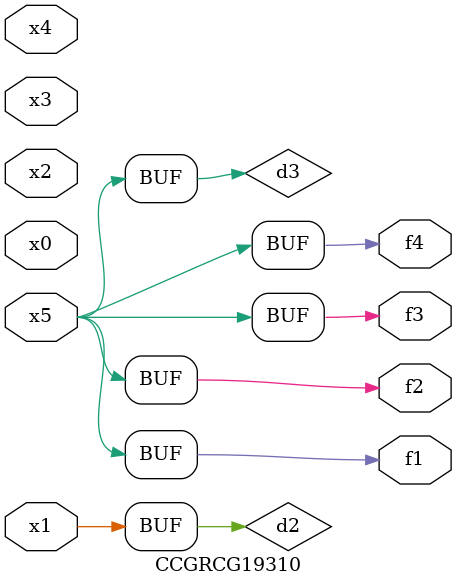
<source format=v>
module CCGRCG19310(
	input x0, x1, x2, x3, x4, x5,
	output f1, f2, f3, f4
);

	wire d1, d2, d3;

	not (d1, x5);
	or (d2, x1);
	xnor (d3, d1);
	assign f1 = d3;
	assign f2 = d3;
	assign f3 = d3;
	assign f4 = d3;
endmodule

</source>
